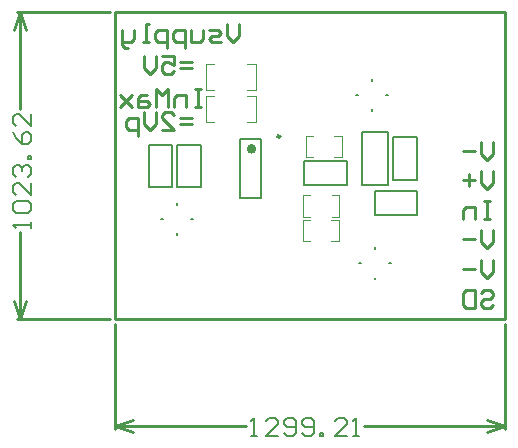
<source format=gbo>
G04*
G04 #@! TF.GenerationSoftware,Altium Limited,CircuitStudio,1.5.2 (1.5.2.30)*
G04*
G04 Layer_Color=13948096*
%FSLAX44Y44*%
%MOMM*%
G71*
G01*
G75*
%ADD12C,0.2540*%
%ADD13C,0.1524*%
%ADD39C,0.4000*%
%ADD40C,0.2500*%
%ADD41C,0.2000*%
%ADD42C,0.1000*%
D12*
X659765Y385235D02*
Y375078D01*
X654687Y370000D01*
X649608Y375078D01*
Y385235D01*
X644530Y377617D02*
X634373D01*
X639451Y382696D02*
Y372539D01*
X657226Y360235D02*
X652147D01*
X654687D01*
Y345000D01*
X657226D01*
X652147D01*
X644530D02*
Y355157D01*
X636912D01*
X634373Y352617D01*
Y345000D01*
X659765Y310235D02*
Y300078D01*
X654687Y295000D01*
X649608Y300078D01*
Y310235D01*
X644530Y302617D02*
X634373D01*
X649608Y282696D02*
X652147Y285235D01*
X657226D01*
X659765Y282696D01*
Y280157D01*
X657226Y277617D01*
X652147D01*
X649608Y275078D01*
Y272539D01*
X652147Y270000D01*
X657226D01*
X659765Y272539D01*
X644530Y285235D02*
Y270000D01*
X636912D01*
X634373Y272539D01*
Y282696D01*
X636912Y285235D01*
X644530D01*
X659765Y410235D02*
Y400078D01*
X654687Y395000D01*
X649608Y400078D01*
Y410235D01*
X644530Y402617D02*
X634373D01*
X445000Y510235D02*
Y500078D01*
X439922Y495000D01*
X434843Y500078D01*
Y510235D01*
X429765Y495000D02*
X422147D01*
X419608Y497539D01*
X422147Y500078D01*
X427226D01*
X429765Y502617D01*
X427226Y505157D01*
X419608D01*
X414530D02*
Y497539D01*
X411991Y495000D01*
X404373D01*
Y505157D01*
X399295Y489922D02*
Y505157D01*
X391677D01*
X389138Y502617D01*
Y497539D01*
X391677Y495000D01*
X399295D01*
X384060Y489922D02*
Y505157D01*
X376442D01*
X373903Y502617D01*
Y497539D01*
X376442Y495000D01*
X384060D01*
X368825D02*
X363746D01*
X366285D01*
Y510235D01*
X368825D01*
X356129Y505157D02*
Y497539D01*
X353590Y495000D01*
X345972D01*
Y492461D01*
X348511Y489922D01*
X351050D01*
X345972Y495000D02*
Y505157D01*
X405000Y472578D02*
X394843D01*
X405000Y477657D02*
X394843D01*
X379608Y482735D02*
X389765D01*
Y475117D01*
X384687Y477657D01*
X382147D01*
X379608Y475117D01*
Y470039D01*
X382147Y467500D01*
X387226D01*
X389765Y470039D01*
X374530Y482735D02*
Y472578D01*
X369451Y467500D01*
X364373Y472578D01*
Y482735D01*
X412500Y455235D02*
X407422D01*
X409961D01*
Y440000D01*
X412500D01*
X407422D01*
X399804D02*
Y450157D01*
X392187D01*
X389647Y447617D01*
Y440000D01*
X384569D02*
Y455235D01*
X379491Y450157D01*
X374412Y455235D01*
Y440000D01*
X366795Y450157D02*
X361716D01*
X359177Y447617D01*
Y440000D01*
X366795D01*
X369334Y442539D01*
X366795Y445078D01*
X359177D01*
X354099Y450157D02*
X343942Y440000D01*
X349021Y445078D01*
X343942Y450157D01*
X354099Y440000D01*
X405000Y425078D02*
X394843D01*
X405000Y430157D02*
X394843D01*
X379608Y420000D02*
X389765D01*
X379608Y430157D01*
Y432696D01*
X382147Y435235D01*
X387226D01*
X389765Y432696D01*
X374530Y435235D02*
Y425078D01*
X369451Y420000D01*
X364373Y425078D01*
Y435235D01*
X359295Y414922D02*
Y430157D01*
X351677D01*
X349138Y427617D01*
Y422539D01*
X351677Y420000D01*
X359295D01*
X659765Y335635D02*
Y325478D01*
X654687Y320400D01*
X649608Y325478D01*
Y335635D01*
X644530Y328018D02*
X634373D01*
X670000Y167460D02*
Y256190D01*
X340000Y167460D02*
Y256190D01*
X550705Y170000D02*
X670000D01*
X340000D02*
X451167D01*
X654760Y175080D02*
X670000Y170000D01*
X654760Y164920D02*
X670000Y170000D01*
X340000D02*
X355240Y164920D01*
X340000Y170000D02*
X355240Y175080D01*
X257460Y260000D02*
X336190D01*
X257460Y520000D02*
X336190D01*
X260000Y260000D02*
Y333628D01*
Y438244D02*
Y520000D01*
Y260000D02*
X265080Y275240D01*
X254920D02*
X260000Y260000D01*
X254920Y504760D02*
X260000Y520000D01*
X265080Y504760D01*
X340000Y260000D02*
Y520000D01*
X670000D01*
Y260000D02*
Y520000D01*
X340000Y260000D02*
X670000D01*
D13*
X557500Y462192D02*
Y463462D01*
X544292Y450000D02*
X545562D01*
X557500Y436538D02*
Y437808D01*
X569692Y450000D02*
X570962D01*
X560000Y319692D02*
Y320962D01*
X546792Y307500D02*
X548062D01*
X560000Y294038D02*
Y295308D01*
X572192Y307500D02*
X573462D01*
X392500Y357192D02*
Y358462D01*
X379292Y345000D02*
X380562D01*
X392500Y331538D02*
Y332808D01*
X404692Y345000D02*
X405962D01*
X455231Y160858D02*
X460309D01*
X457770D01*
Y176094D01*
X455231Y173554D01*
X478083Y160858D02*
X467927D01*
X478083Y171015D01*
Y173554D01*
X475544Y176094D01*
X470466D01*
X467927Y173554D01*
X483162Y163398D02*
X485701Y160858D01*
X490779D01*
X493318Y163398D01*
Y173554D01*
X490779Y176094D01*
X485701D01*
X483162Y173554D01*
Y171015D01*
X485701Y168476D01*
X493318D01*
X498397Y163398D02*
X500936Y160858D01*
X506014D01*
X508554Y163398D01*
Y173554D01*
X506014Y176094D01*
X500936D01*
X498397Y173554D01*
Y171015D01*
X500936Y168476D01*
X508554D01*
X513632Y160858D02*
Y163398D01*
X516171D01*
Y160858D01*
X513632D01*
X536484D02*
X526328D01*
X536484Y171015D01*
Y173554D01*
X533945Y176094D01*
X528867D01*
X526328Y173554D01*
X541563Y160858D02*
X546641D01*
X544102D01*
Y176094D01*
X541563Y173554D01*
X269142Y337692D02*
Y342770D01*
Y340231D01*
X253906D01*
X256446Y337692D01*
Y350387D02*
X253906Y352927D01*
Y358005D01*
X256446Y360544D01*
X266602D01*
X269142Y358005D01*
Y352927D01*
X266602Y350387D01*
X256446D01*
X269142Y375779D02*
Y365623D01*
X258985Y375779D01*
X256446D01*
X253906Y373240D01*
Y368162D01*
X256446Y365623D01*
Y380858D02*
X253906Y383397D01*
Y388475D01*
X256446Y391014D01*
X258985D01*
X261524Y388475D01*
Y385936D01*
Y388475D01*
X264063Y391014D01*
X266602D01*
X269142Y388475D01*
Y383397D01*
X266602Y380858D01*
X269142Y396093D02*
X266602D01*
Y398632D01*
X269142D01*
Y396093D01*
X253906Y418945D02*
X256446Y413867D01*
X261524Y408789D01*
X266602D01*
X269142Y411328D01*
Y416406D01*
X266602Y418945D01*
X264063D01*
X261524Y416406D01*
Y408789D01*
X269142Y434180D02*
Y424024D01*
X258985Y434180D01*
X256446D01*
X253906Y431641D01*
Y426563D01*
X256446Y424024D01*
D39*
X457660Y404350D02*
G03*
X457660Y404350I-2000J0D01*
G01*
D40*
X479910Y414900D02*
G03*
X479910Y414900I-1250J0D01*
G01*
D41*
X445660Y362350D02*
X463660D01*
X445660Y412350D02*
X463660D01*
X445660Y362350D02*
Y412350D01*
X463660Y362350D02*
Y412350D01*
X571070Y373490D02*
Y418990D01*
X548820Y373490D02*
X571070D01*
X548820D02*
Y418990D01*
X571070D01*
X575310Y414274D02*
X595630D01*
X575310Y378206D02*
X595630D01*
X575310D02*
Y414274D01*
X595630Y378206D02*
Y414274D01*
X559816Y347980D02*
Y368300D01*
X595884Y347980D02*
Y368300D01*
X559816Y347980D02*
X595884D01*
X559816Y368300D02*
X595884D01*
X536194Y373380D02*
Y393700D01*
X500126Y373380D02*
Y393700D01*
X536194D01*
X500126Y373380D02*
X536194D01*
X368460Y407890D02*
X388460D01*
Y371890D02*
Y407890D01*
X368460Y371890D02*
X388460D01*
X368460D02*
Y407890D01*
X392430Y407924D02*
X412750D01*
X392430Y371856D02*
X412750D01*
X392430D02*
Y407924D01*
X412750Y371856D02*
Y407924D01*
D42*
X523500Y365000D02*
X529500D01*
Y347000D02*
Y365000D01*
X523500Y347000D02*
X529500D01*
X499500Y365000D02*
X505500D01*
X499500Y347000D02*
Y365000D01*
Y347000D02*
X505500D01*
X523350Y344110D02*
X529350D01*
Y326110D02*
Y344110D01*
X523350Y326110D02*
X529350D01*
X499350Y344110D02*
X505350D01*
X499350Y326110D02*
Y344110D01*
Y326110D02*
X505350D01*
X417150Y453820D02*
Y475820D01*
X424150D01*
X417150Y453820D02*
X424150D01*
X452150Y475820D02*
X459150D01*
X452150Y453820D02*
X459150D01*
Y475820D01*
X417150Y427150D02*
Y449150D01*
X424150D01*
X417150Y427150D02*
X424150D01*
X452150Y449150D02*
X459150D01*
X452150Y427150D02*
X459150D01*
Y449150D01*
X501890Y397400D02*
X507890D01*
X501890D02*
Y415400D01*
X507890D01*
X525890Y397400D02*
X531890D01*
Y415400D01*
X525890D02*
X531890D01*
M02*

</source>
